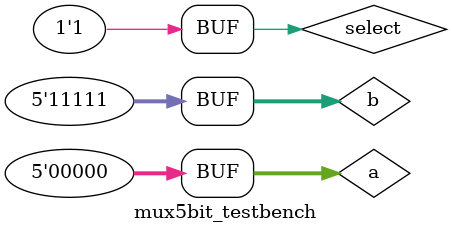
<source format=v>
module mux5bit_testbench();
	reg select;
	reg  [4:0]a;
	reg  [4:0]b;
	wire [4:0]r;
	
	mux5bit test(r, select, a, b);

initial begin
select = 0; 
a = 5'b01010; 
b = 5'b10101;
#50;

select = 1; 
a = 5'b01010; 
b = 5'b10101;
#50;

select = 0; 
a = 5'b00000; 
b = 5'b11111;
#50;

select = 1; 
a = 5'b00000; 
b = 5'b11111;
#50;

end
 
initial
begin
$monitor("select=%1b,\n a=%5b,\n b=%5b,\n r=%5b,\n", select, a, b, r);
end


endmodule
</source>
